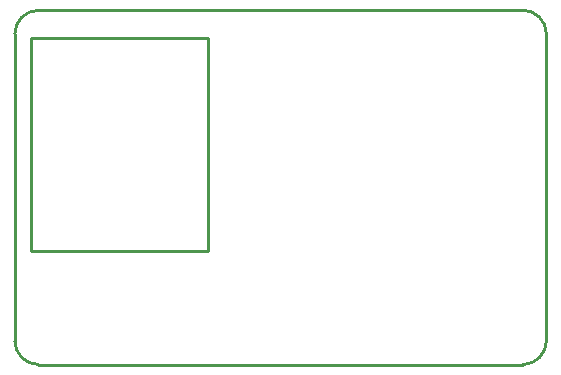
<source format=gm1>
G04*
G04 #@! TF.GenerationSoftware,Altium Limited,Altium Designer,23.10.1 (27)*
G04*
G04 Layer_Color=16711935*
%FSLAX44Y44*%
%MOMM*%
G71*
G04*
G04 #@! TF.SameCoordinates,FE8EC528-225C-4A11-B971-79AFC16B1169*
G04*
G04*
G04 #@! TF.FilePolarity,Positive*
G04*
G01*
G75*
%ADD12C,0.2540*%
D12*
X300000Y970000D02*
G03*
X320000Y950000I20000J0D01*
G01*
X730000Y950000D02*
G03*
X750000Y970000I0J20000D01*
G01*
X320000Y1250000D02*
G03*
X300000Y1230000I0J-20000D01*
G01*
X750000D02*
G03*
X730000Y1250000I-20000J-0D01*
G01*
X313475Y1226500D02*
X463475D01*
X313475Y1046500D02*
X463475D01*
Y1226500D01*
X313475Y1046500D02*
Y1226500D01*
X320000Y950000D02*
X730000D01*
X750000Y970000D02*
Y1230000D01*
X300000Y970000D02*
Y1230000D01*
X320000Y1250000D02*
X730000D01*
M02*

</source>
